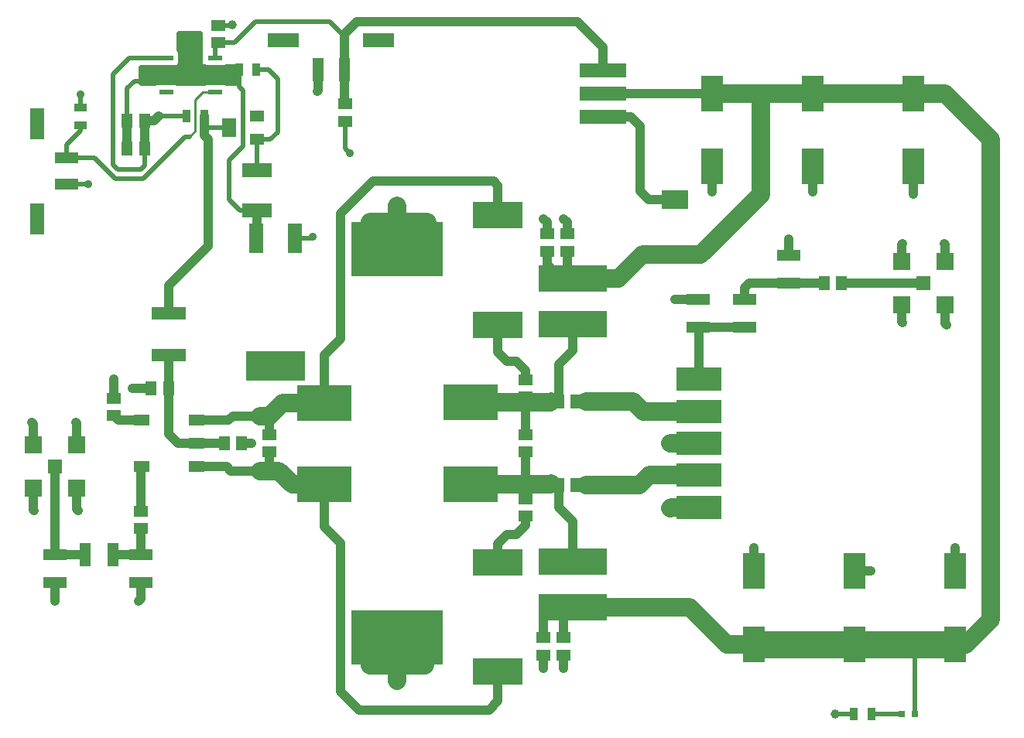
<source format=gtl>
%FSLAX34Y34*%
G04 Gerber Fmt 3.4, Leading zero omitted, Abs format*
G04 (created by PCBNEW (2014-03-19 BZR 4756)-product) date Fri 19 Dec 2014 02:11:26 PM AKST*
%MOIN*%
G01*
G70*
G90*
G04 APERTURE LIST*
%ADD10C,0.005906*%
%ADD11R,0.196850X0.098425*%
%ADD12R,0.051200X0.059000*%
%ADD13R,0.059000X0.051200*%
%ADD14R,0.094500X0.157500*%
%ADD15R,0.031400X0.031400*%
%ADD16R,0.035000X0.055000*%
%ADD17R,0.062992X0.023622*%
%ADD18R,0.236220X0.157480*%
%ADD19R,0.393701X0.236220*%
%ADD20R,0.070079X0.050000*%
%ADD21R,0.216535X0.118110*%
%ADD22R,0.150000X0.055000*%
%ADD23R,0.295300X0.118100*%
%ADD24R,0.062992X0.078740*%
%ADD25R,0.062992X0.051181*%
%ADD26R,0.064961X0.135039*%
%ADD27R,0.100000X0.050000*%
%ADD28R,0.135039X0.064961*%
%ADD29R,0.050000X0.100000*%
%ADD30R,0.251968X0.125984*%
%ADD31R,0.062992X0.125984*%
%ADD32R,0.125984X0.062992*%
%ADD33R,0.118100X0.078700*%
%ADD34R,0.059843X0.059843*%
%ADD35R,0.075197X0.075197*%
%ADD36R,0.055000X0.035000*%
%ADD37R,0.200000X0.060000*%
%ADD38C,0.035000*%
%ADD39C,0.039370*%
%ADD40C,0.019685*%
%ADD41C,0.039370*%
%ADD42C,0.010000*%
%ADD43C,0.078740*%
%ADD44C,0.118110*%
G04 APERTURE END LIST*
G54D10*
G54D11*
X59448Y-43307D03*
X59448Y-44685D03*
X59448Y-46062D03*
X59448Y-41929D03*
X59448Y-40551D03*
G54D12*
X38995Y-43307D03*
X39745Y-43307D03*
X53404Y-41496D03*
X54154Y-41496D03*
G54D13*
X53779Y-35020D03*
X53779Y-34270D03*
X52913Y-35020D03*
X52913Y-34270D03*
G54D14*
X68681Y-28228D03*
X68681Y-31378D03*
G54D13*
X38740Y-26044D03*
X38740Y-25294D03*
G54D12*
X35571Y-29409D03*
X34821Y-29409D03*
X35571Y-30590D03*
X34821Y-30590D03*
X36595Y-40944D03*
X35845Y-40944D03*
G54D13*
X40944Y-43682D03*
X40944Y-42932D03*
X35400Y-46225D03*
X35400Y-46975D03*
X34251Y-42107D03*
X34251Y-41357D03*
X51968Y-41319D03*
X51968Y-40569D03*
X51968Y-43682D03*
X51968Y-42932D03*
X51968Y-46437D03*
X51968Y-45687D03*
G54D12*
X53404Y-45118D03*
X54154Y-45118D03*
G54D13*
X53622Y-51672D03*
X53622Y-52422D03*
X52755Y-51672D03*
X52755Y-52422D03*
G54D14*
X66141Y-51968D03*
X66141Y-48818D03*
G54D12*
X64825Y-36400D03*
X65575Y-36400D03*
G54D15*
X68749Y-54970D03*
X68159Y-54970D03*
G54D16*
X37380Y-29212D03*
X38130Y-29212D03*
X40375Y-27200D03*
X39625Y-27200D03*
X66861Y-54970D03*
X66111Y-54970D03*
G54D17*
X38622Y-26702D03*
X36496Y-26702D03*
X38622Y-27194D03*
X38622Y-27687D03*
X38622Y-28179D03*
X36496Y-27194D03*
X36496Y-27687D03*
X36496Y-28179D03*
G54D18*
X43307Y-41559D03*
X43307Y-45078D03*
X49606Y-45078D03*
X49606Y-41535D03*
G54D19*
X46456Y-34940D03*
X46456Y-51673D03*
G54D20*
X37795Y-43307D03*
X37795Y-42307D03*
X37795Y-44307D03*
X35433Y-42307D03*
X35433Y-44307D03*
G54D21*
X50787Y-48425D03*
X50787Y-53149D03*
X50787Y-38188D03*
X50787Y-33464D03*
G54D14*
X64350Y-28228D03*
X64350Y-31378D03*
X70472Y-51968D03*
X70472Y-48818D03*
G54D22*
X36600Y-37700D03*
X36600Y-39500D03*
G54D23*
X54000Y-36216D03*
X54000Y-38184D03*
X54000Y-48416D03*
X54000Y-50384D03*
G54D24*
X39209Y-29700D03*
G54D25*
X40390Y-30211D03*
X40390Y-29188D03*
G54D26*
X30944Y-33622D03*
X30944Y-29527D03*
G54D27*
X32204Y-31009D03*
X32204Y-32139D03*
G54D28*
X41552Y-25950D03*
X45647Y-25950D03*
G54D29*
X44164Y-27209D03*
X43035Y-27209D03*
G54D30*
X41200Y-39955D03*
G54D31*
X42026Y-34483D03*
X40373Y-34483D03*
G54D32*
X40392Y-31533D03*
X40392Y-33266D03*
G54D14*
X60019Y-28228D03*
X60019Y-31378D03*
X61811Y-51968D03*
X61811Y-48818D03*
G54D13*
X44200Y-28675D03*
X44200Y-29425D03*
G54D33*
X58400Y-35181D03*
X58400Y-32819D03*
G54D34*
X31700Y-44300D03*
G54D35*
X32633Y-45233D03*
X32633Y-43366D03*
X30766Y-45233D03*
X30766Y-43366D03*
G54D34*
X69100Y-36400D03*
G54D35*
X70033Y-37333D03*
X70033Y-35466D03*
X68166Y-37333D03*
X68166Y-35466D03*
G54D36*
X32795Y-29587D03*
X32795Y-28837D03*
G54D37*
X55300Y-29250D03*
X55300Y-28250D03*
X55300Y-27250D03*
G54D27*
X31700Y-48100D03*
X31700Y-49300D03*
G54D29*
X33000Y-48100D03*
X34200Y-48100D03*
G54D27*
X35400Y-48100D03*
X35400Y-49300D03*
X59400Y-38300D03*
X59400Y-37100D03*
X61400Y-38300D03*
X61400Y-37100D03*
X63300Y-36400D03*
X63300Y-35200D03*
G54D38*
X44400Y-30800D03*
X43035Y-28114D03*
X33149Y-32125D03*
X64350Y-32480D03*
X60019Y-32480D03*
X53622Y-33622D03*
X52755Y-33622D03*
X53622Y-52992D03*
X52755Y-52992D03*
X70472Y-47795D03*
X66850Y-48818D03*
X61811Y-47795D03*
X46456Y-34251D03*
X45866Y-34251D03*
X45275Y-34251D03*
X47145Y-34251D03*
X47736Y-34251D03*
X47736Y-34842D03*
X47145Y-34842D03*
X46456Y-34842D03*
X45866Y-34842D03*
X45275Y-34842D03*
X45275Y-52362D03*
X45866Y-52362D03*
X46456Y-52362D03*
X47047Y-52362D03*
X47637Y-52362D03*
X47637Y-51771D03*
X47047Y-51771D03*
X46456Y-51771D03*
X45866Y-51771D03*
X45275Y-51771D03*
G54D39*
X45275Y-52854D03*
X47637Y-52854D03*
X47047Y-52854D03*
X45866Y-52854D03*
X47145Y-33759D03*
X47736Y-33759D03*
X45866Y-33759D03*
X45275Y-33759D03*
X68681Y-32559D03*
X39330Y-25275D03*
X65305Y-54970D03*
X35039Y-40944D03*
X34251Y-40551D03*
X40157Y-43307D03*
X46456Y-53543D03*
X46456Y-33070D03*
G54D38*
X42800Y-34400D03*
X70000Y-34700D03*
X70100Y-38200D03*
X32600Y-42400D03*
X30700Y-42400D03*
X30800Y-46200D03*
X32700Y-46200D03*
X32795Y-28267D03*
X68200Y-34700D03*
X68200Y-38100D03*
X31700Y-50100D03*
X35300Y-50100D03*
X58400Y-37100D03*
X63300Y-34500D03*
X58200Y-43300D03*
X58200Y-46100D03*
G54D40*
X44200Y-29425D02*
X44200Y-30600D01*
X44200Y-30600D02*
X44400Y-30800D01*
G54D41*
X43035Y-27209D02*
X43035Y-28114D01*
X43035Y-28114D02*
X43000Y-28150D01*
G54D40*
X32204Y-32139D02*
X33135Y-32139D01*
X33135Y-32139D02*
X33149Y-32125D01*
G54D41*
X64350Y-31378D02*
X64350Y-32480D01*
X60019Y-31378D02*
X60019Y-32480D01*
X53779Y-34270D02*
X53779Y-33779D01*
X53779Y-33779D02*
X53622Y-33622D01*
X52913Y-34270D02*
X52913Y-33779D01*
X52913Y-33779D02*
X52755Y-33622D01*
X53622Y-52422D02*
X53622Y-52992D01*
X52755Y-52422D02*
X52755Y-52992D01*
X70472Y-48818D02*
X70472Y-47795D01*
X66141Y-48818D02*
X66850Y-48818D01*
X66850Y-48818D02*
X66850Y-48818D01*
X66141Y-48267D02*
X66141Y-48818D01*
X61811Y-48818D02*
X61811Y-47795D01*
G54D42*
X45275Y-34251D02*
X45866Y-34251D01*
X46456Y-34251D02*
X47047Y-34251D01*
X47047Y-34251D02*
X46948Y-34251D01*
X47145Y-34251D02*
X47736Y-34251D01*
X47736Y-34842D02*
X47145Y-34842D01*
X46456Y-34842D02*
X45866Y-34842D01*
X45275Y-34842D02*
X46456Y-34940D01*
X46456Y-51673D02*
X45964Y-51673D01*
X45964Y-51673D02*
X45275Y-52362D01*
X45866Y-52362D02*
X46456Y-52362D01*
X47047Y-52362D02*
X47637Y-52362D01*
X47637Y-51771D02*
X47047Y-51771D01*
X46456Y-51771D02*
X45866Y-51771D01*
X45275Y-51771D02*
X45275Y-51279D01*
G54D43*
X46456Y-51673D02*
X46456Y-52263D01*
X46456Y-52263D02*
X45866Y-52854D01*
X45866Y-52854D02*
X47047Y-52854D01*
X47047Y-52854D02*
X46456Y-51673D01*
X46456Y-51673D02*
X46456Y-52460D01*
X46456Y-52460D02*
X47047Y-52854D01*
X47047Y-52854D02*
X47637Y-52854D01*
X47047Y-52854D02*
X46456Y-52460D01*
X46456Y-51673D02*
X46456Y-51870D01*
X46456Y-51870D02*
X45275Y-52854D01*
X45866Y-52854D02*
X45275Y-52854D01*
X45275Y-52854D02*
X46456Y-51673D01*
X46456Y-34940D02*
X45275Y-33759D01*
X45275Y-33759D02*
X45866Y-33759D01*
X45866Y-33759D02*
X46456Y-34940D01*
X46456Y-34940D02*
X46456Y-34448D01*
X46456Y-34448D02*
X47145Y-33759D01*
X47145Y-33759D02*
X46456Y-34940D01*
X46456Y-34940D02*
X46456Y-34350D01*
X46456Y-34350D02*
X45866Y-33759D01*
X45866Y-33759D02*
X46456Y-34940D01*
X46456Y-34350D02*
X45866Y-33759D01*
X45866Y-33759D02*
X46456Y-34940D01*
X46456Y-34448D02*
X47145Y-33759D01*
X47736Y-33759D02*
X45866Y-33759D01*
X45275Y-33759D02*
X46456Y-34940D01*
G54D41*
X68681Y-31378D02*
X68681Y-32559D01*
G54D40*
X38740Y-25294D02*
X39312Y-25294D01*
X39312Y-25294D02*
X39330Y-25275D01*
X66111Y-54970D02*
X65305Y-54970D01*
G54D41*
X35845Y-40944D02*
X35039Y-40944D01*
X34251Y-41357D02*
X34251Y-40551D01*
X39745Y-43307D02*
X40157Y-43307D01*
G54D43*
X46456Y-51673D02*
X46456Y-53543D01*
X46456Y-34940D02*
X46456Y-33070D01*
G54D40*
X42716Y-34483D02*
X42800Y-34400D01*
X42026Y-34483D02*
X42716Y-34483D01*
G54D41*
X70033Y-34733D02*
X70000Y-34700D01*
X70033Y-35466D02*
X70033Y-34733D01*
X70033Y-38133D02*
X70100Y-38200D01*
X70033Y-37333D02*
X70033Y-38133D01*
X32633Y-42433D02*
X32600Y-42400D01*
X32633Y-43366D02*
X32633Y-42433D01*
X30766Y-42466D02*
X30700Y-42400D01*
X30766Y-43366D02*
X30766Y-42466D01*
X30766Y-46166D02*
X30800Y-46200D01*
X30766Y-45233D02*
X30766Y-46166D01*
X32633Y-46133D02*
X32700Y-46200D01*
X32633Y-45233D02*
X32633Y-46133D01*
G54D40*
X32795Y-28837D02*
X32795Y-28267D01*
G54D41*
X68166Y-34733D02*
X68200Y-34700D01*
X68166Y-35466D02*
X68166Y-34733D01*
X68166Y-38066D02*
X68200Y-38100D01*
X68166Y-37333D02*
X68166Y-38066D01*
X31700Y-49300D02*
X31700Y-50100D01*
X35400Y-50000D02*
X35300Y-50100D01*
X35400Y-49300D02*
X35400Y-50000D01*
X59400Y-37100D02*
X58400Y-37100D01*
X63300Y-35200D02*
X63300Y-34500D01*
G54D43*
X58207Y-43307D02*
X58200Y-43300D01*
X59448Y-43307D02*
X58207Y-43307D01*
X58237Y-46062D02*
X58200Y-46100D01*
X59448Y-46062D02*
X58237Y-46062D01*
G54D41*
X36600Y-39500D02*
X36600Y-40940D01*
X36600Y-40940D02*
X36595Y-40944D01*
X36595Y-40944D02*
X36595Y-41319D01*
X37007Y-43307D02*
X36614Y-42913D01*
X36614Y-42913D02*
X36614Y-41338D01*
X37007Y-43307D02*
X37795Y-43307D01*
X36595Y-41319D02*
X36614Y-41338D01*
X38995Y-43307D02*
X37795Y-43307D01*
X37795Y-42307D02*
X39188Y-42307D01*
X39370Y-42125D02*
X40846Y-42125D01*
X40846Y-42125D02*
X40944Y-42125D01*
X39188Y-42307D02*
X39370Y-42125D01*
G54D40*
X40944Y-42932D02*
X40944Y-42125D01*
G54D41*
X40944Y-42932D02*
X40944Y-42322D01*
G54D43*
X43307Y-41559D02*
X41511Y-41559D01*
G54D41*
X43307Y-39492D02*
X44000Y-38800D01*
X44000Y-38800D02*
X44000Y-33400D01*
X44000Y-33400D02*
X45400Y-32000D01*
X45400Y-32000D02*
X50600Y-32000D01*
X50600Y-32000D02*
X50787Y-32187D01*
X50787Y-32187D02*
X50787Y-33464D01*
X43307Y-41559D02*
X43307Y-39492D01*
G54D40*
X40944Y-42125D02*
X40944Y-42322D01*
G54D41*
X40944Y-42322D02*
X40944Y-42125D01*
G54D43*
X41511Y-41559D02*
X40944Y-42125D01*
X40944Y-42125D02*
X40551Y-42125D01*
G54D41*
X51968Y-42932D02*
X51968Y-41319D01*
X53404Y-41496D02*
X53404Y-39902D01*
X54000Y-39307D02*
X54000Y-38184D01*
X53404Y-39902D02*
X54000Y-39307D01*
X53404Y-41496D02*
X52144Y-41496D01*
X52144Y-41496D02*
X51968Y-41319D01*
X53404Y-41496D02*
X52913Y-41496D01*
X52913Y-41496D02*
X52874Y-41535D01*
G54D43*
X49606Y-41535D02*
X52874Y-41535D01*
X52874Y-41535D02*
X53031Y-41535D01*
X53031Y-41535D02*
X53070Y-41496D01*
G54D41*
X55300Y-28250D02*
X59997Y-28250D01*
X59997Y-28250D02*
X60019Y-28228D01*
X52755Y-51672D02*
X52755Y-50078D01*
X52755Y-50078D02*
X53061Y-50384D01*
X53061Y-50384D02*
X54000Y-50384D01*
X53622Y-51672D02*
X53622Y-50761D01*
X53622Y-50761D02*
X54000Y-50384D01*
G54D40*
X68749Y-54970D02*
X68749Y-51968D01*
X68740Y-52283D02*
X68740Y-51968D01*
X68740Y-51978D02*
X68740Y-52283D01*
X68749Y-51968D02*
X68740Y-51978D01*
G54D43*
X54000Y-50384D02*
X57598Y-50384D01*
X57598Y-50384D02*
X59045Y-50384D01*
X60630Y-51968D02*
X61811Y-51968D01*
X59045Y-50384D02*
X60630Y-51968D01*
G54D44*
X66141Y-51968D02*
X61811Y-51968D01*
X70472Y-51968D02*
X68740Y-51968D01*
X68740Y-51968D02*
X66141Y-51968D01*
G54D43*
X60019Y-28228D02*
X60019Y-28228D01*
X62100Y-28228D02*
X60019Y-28228D01*
X64350Y-28228D02*
X62100Y-28228D01*
X60098Y-28149D02*
X60019Y-28228D01*
X68681Y-28228D02*
X64350Y-28228D01*
G54D41*
X53779Y-35020D02*
X53779Y-35995D01*
X53779Y-35995D02*
X54000Y-36216D01*
X52913Y-35020D02*
X52913Y-35590D01*
X52913Y-35590D02*
X53538Y-36216D01*
X53538Y-36216D02*
X54000Y-36216D01*
G54D43*
X72000Y-50900D02*
X72000Y-30200D01*
X72000Y-30200D02*
X70028Y-28228D01*
X70028Y-28228D02*
X68681Y-28228D01*
X70931Y-51968D02*
X72000Y-50900D01*
X70472Y-51968D02*
X70931Y-51968D01*
X55984Y-36216D02*
X57019Y-35181D01*
X57019Y-35181D02*
X58400Y-35181D01*
X54000Y-36216D02*
X55984Y-36216D01*
X59519Y-35181D02*
X62100Y-32600D01*
X62100Y-32600D02*
X62100Y-28228D01*
X58400Y-35181D02*
X59519Y-35181D01*
G54D40*
X35590Y-29390D02*
X35571Y-29409D01*
G54D41*
X35571Y-29409D02*
X35984Y-29409D01*
G54D40*
X36181Y-29212D02*
X37380Y-29212D01*
G54D41*
X35984Y-29409D02*
X36181Y-29212D01*
X35571Y-30590D02*
X35571Y-29409D01*
G54D40*
X34897Y-26702D02*
X34200Y-27400D01*
X34200Y-27400D02*
X34200Y-31300D01*
X34200Y-31300D02*
X34400Y-31500D01*
X34400Y-31500D02*
X35400Y-31500D01*
X35400Y-31500D02*
X35571Y-31328D01*
X35571Y-31328D02*
X35571Y-30590D01*
X36496Y-26702D02*
X34897Y-26702D01*
G54D41*
X40392Y-33266D02*
X40392Y-34464D01*
X40392Y-34464D02*
X40373Y-34483D01*
G54D40*
X36496Y-27687D02*
X35147Y-27687D01*
X34821Y-28012D02*
X34821Y-29409D01*
X35147Y-27687D02*
X34821Y-28012D01*
X38622Y-27687D02*
X38622Y-27194D01*
X38622Y-27687D02*
X36496Y-27687D01*
X36496Y-27194D02*
X38622Y-27194D01*
X36496Y-27687D02*
X36496Y-27194D01*
G54D41*
X34821Y-29409D02*
X34821Y-30590D01*
G54D40*
X39619Y-27194D02*
X39625Y-27200D01*
X38622Y-27194D02*
X39619Y-27194D01*
X39666Y-33266D02*
X39200Y-32800D01*
X39200Y-32800D02*
X39200Y-31100D01*
X39200Y-31100D02*
X39800Y-30500D01*
X39800Y-30500D02*
X39800Y-28100D01*
X39800Y-28100D02*
X39625Y-27925D01*
X39625Y-27925D02*
X39625Y-27200D01*
X40392Y-33266D02*
X39666Y-33266D01*
G54D41*
X34200Y-48100D02*
X35400Y-48100D01*
X35400Y-48100D02*
X35400Y-46975D01*
X51968Y-40569D02*
X51968Y-40157D01*
X50787Y-39370D02*
X50787Y-38188D01*
X51181Y-39763D02*
X50787Y-39370D01*
X51574Y-39763D02*
X51181Y-39763D01*
X51968Y-40157D02*
X51574Y-39763D01*
X51968Y-43682D02*
X51968Y-45687D01*
X53404Y-45118D02*
X53404Y-46081D01*
X54000Y-46677D02*
X54000Y-48416D01*
X53404Y-46081D02*
X54000Y-46677D01*
X53404Y-45118D02*
X52125Y-45118D01*
X51968Y-45275D02*
X51968Y-45687D01*
X52125Y-45118D02*
X51968Y-45275D01*
X53404Y-45118D02*
X52598Y-45118D01*
X52598Y-45118D02*
X52559Y-45078D01*
G54D43*
X49606Y-45078D02*
X52559Y-45078D01*
X52559Y-45078D02*
X53031Y-45078D01*
X53031Y-45078D02*
X53070Y-45039D01*
G54D41*
X53955Y-48371D02*
X54000Y-48416D01*
X51968Y-46437D02*
X51968Y-46850D01*
X50787Y-47637D02*
X50787Y-48425D01*
X51181Y-47244D02*
X50787Y-47637D01*
X51574Y-47244D02*
X51181Y-47244D01*
X51968Y-46850D02*
X51574Y-47244D01*
X66875Y-36400D02*
X69100Y-36400D01*
X65575Y-36400D02*
X66875Y-36400D01*
G54D40*
X68159Y-54970D02*
X66861Y-54970D01*
X33409Y-31009D02*
X34300Y-31900D01*
X34300Y-31900D02*
X35500Y-31900D01*
X35500Y-31900D02*
X37300Y-30100D01*
X37480Y-30100D02*
X37500Y-30100D01*
X37300Y-30100D02*
X37480Y-30100D01*
X32204Y-31009D02*
X33409Y-31009D01*
G54D42*
X37498Y-30100D02*
X37755Y-29842D01*
X37755Y-29842D02*
X37755Y-28503D01*
X37755Y-28503D02*
X38080Y-28179D01*
X38080Y-28179D02*
X38622Y-28179D01*
X37480Y-30100D02*
X37498Y-30100D01*
G54D40*
X32795Y-29842D02*
X32204Y-30433D01*
X32204Y-30433D02*
X32204Y-31009D01*
X32795Y-29587D02*
X32795Y-29842D01*
X40900Y-27200D02*
X41300Y-27600D01*
X41300Y-27600D02*
X41300Y-29900D01*
X41300Y-29900D02*
X40988Y-30211D01*
X40988Y-30211D02*
X40390Y-30211D01*
X40375Y-27200D02*
X40900Y-27200D01*
X40390Y-31532D02*
X40392Y-31533D01*
X40390Y-30211D02*
X40390Y-31532D01*
G54D41*
X35425Y-44300D02*
X35433Y-44307D01*
X35400Y-44340D02*
X35433Y-44307D01*
X35400Y-46225D02*
X35400Y-44340D01*
X35433Y-42307D02*
X34451Y-42307D01*
X34451Y-42307D02*
X34251Y-42107D01*
X37795Y-44307D02*
X39090Y-44307D01*
X39271Y-44488D02*
X40944Y-44488D01*
X39090Y-44307D02*
X39271Y-44488D01*
G54D43*
X41338Y-44488D02*
X40944Y-44488D01*
X40944Y-44488D02*
X40551Y-44488D01*
X41929Y-45078D02*
X41338Y-44488D01*
G54D41*
X44800Y-54800D02*
X50400Y-54800D01*
X50400Y-54800D02*
X50787Y-54412D01*
X40944Y-43682D02*
X40944Y-44488D01*
G54D43*
X43307Y-45078D02*
X41929Y-45078D01*
G54D41*
X43307Y-46907D02*
X44000Y-47600D01*
X44000Y-47600D02*
X44000Y-54000D01*
X44000Y-54000D02*
X44800Y-54800D01*
X50787Y-54412D02*
X50787Y-53149D01*
X43307Y-45078D02*
X43307Y-46907D01*
X55300Y-29250D02*
X56500Y-29250D01*
X57269Y-32819D02*
X58400Y-32819D01*
X56900Y-32450D02*
X57269Y-32819D01*
X56900Y-29650D02*
X56900Y-32450D01*
X56500Y-29250D02*
X56900Y-29650D01*
X54154Y-41496D02*
X54881Y-41496D01*
G54D43*
X54881Y-41496D02*
X54566Y-41496D01*
X57029Y-41929D02*
X56596Y-41496D01*
X56596Y-41496D02*
X54881Y-41496D01*
X59448Y-41929D02*
X57029Y-41929D01*
G54D41*
X54154Y-45118D02*
X54960Y-45118D01*
G54D43*
X54960Y-45118D02*
X54566Y-45118D01*
X57314Y-44685D02*
X56881Y-45118D01*
X56881Y-45118D02*
X54960Y-45118D01*
X59448Y-44685D02*
X57314Y-44685D01*
G54D40*
X36632Y-37667D02*
X36600Y-37700D01*
G54D41*
X36600Y-36500D02*
X38300Y-34800D01*
X38300Y-34800D02*
X38300Y-30200D01*
X38300Y-30200D02*
X38130Y-30030D01*
X38130Y-29830D02*
X38130Y-29212D01*
X38130Y-30030D02*
X38130Y-29830D01*
X36600Y-37700D02*
X36600Y-36500D01*
G54D40*
X38261Y-29700D02*
X38130Y-29830D01*
X39209Y-29700D02*
X38261Y-29700D01*
G54D41*
X55300Y-27250D02*
X55300Y-26250D01*
X44164Y-25685D02*
X44164Y-27209D01*
X44700Y-25150D02*
X44164Y-25685D01*
X54200Y-25150D02*
X44700Y-25150D01*
X55300Y-26250D02*
X54200Y-25150D01*
G54D40*
X38740Y-26044D02*
X39455Y-26044D01*
X44164Y-25764D02*
X44164Y-27209D01*
X43550Y-25150D02*
X44164Y-25764D01*
X40350Y-25150D02*
X43550Y-25150D01*
X39455Y-26044D02*
X40350Y-25150D01*
X38622Y-26702D02*
X38622Y-26162D01*
X38622Y-26162D02*
X38740Y-26044D01*
G54D41*
X44164Y-27209D02*
X44164Y-28639D01*
X44164Y-28639D02*
X44200Y-28675D01*
X61400Y-36600D02*
X61600Y-36400D01*
X61600Y-36400D02*
X63300Y-36400D01*
X61400Y-37100D02*
X61400Y-36600D01*
X63300Y-36400D02*
X64825Y-36400D01*
X31700Y-44300D02*
X31700Y-48100D01*
X31700Y-48100D02*
X33000Y-48100D01*
X59448Y-38348D02*
X59400Y-38300D01*
X59448Y-40551D02*
X59448Y-38348D01*
X59400Y-38300D02*
X61400Y-38300D01*
G54D10*
G36*
X39547Y-27814D02*
X39108Y-27814D01*
X39104Y-27810D01*
X38995Y-27765D01*
X38878Y-27765D01*
X38248Y-27765D01*
X38139Y-27810D01*
X38135Y-27814D01*
X36982Y-27814D01*
X36978Y-27810D01*
X36869Y-27765D01*
X36752Y-27765D01*
X36122Y-27765D01*
X36013Y-27810D01*
X36009Y-27814D01*
X35413Y-27814D01*
X35413Y-27106D01*
X36098Y-27106D01*
X36122Y-27116D01*
X36239Y-27116D01*
X36869Y-27116D01*
X36893Y-27106D01*
X37027Y-27106D01*
X37027Y-27021D01*
X37061Y-26988D01*
X37106Y-26879D01*
X37106Y-26762D01*
X37106Y-26525D01*
X37061Y-26417D01*
X37027Y-26383D01*
X37027Y-25649D01*
X37972Y-25649D01*
X37972Y-27066D01*
X38135Y-27066D01*
X38139Y-27071D01*
X38248Y-27116D01*
X38365Y-27116D01*
X38995Y-27116D01*
X39104Y-27071D01*
X39108Y-27066D01*
X39547Y-27066D01*
X39547Y-27814D01*
X39547Y-27814D01*
G37*
G54D40*
X39547Y-27814D02*
X39108Y-27814D01*
X39104Y-27810D01*
X38995Y-27765D01*
X38878Y-27765D01*
X38248Y-27765D01*
X38139Y-27810D01*
X38135Y-27814D01*
X36982Y-27814D01*
X36978Y-27810D01*
X36869Y-27765D01*
X36752Y-27765D01*
X36122Y-27765D01*
X36013Y-27810D01*
X36009Y-27814D01*
X35413Y-27814D01*
X35413Y-27106D01*
X36098Y-27106D01*
X36122Y-27116D01*
X36239Y-27116D01*
X36869Y-27116D01*
X36893Y-27106D01*
X37027Y-27106D01*
X37027Y-27021D01*
X37061Y-26988D01*
X37106Y-26879D01*
X37106Y-26762D01*
X37106Y-26525D01*
X37061Y-26417D01*
X37027Y-26383D01*
X37027Y-25649D01*
X37972Y-25649D01*
X37972Y-27066D01*
X38135Y-27066D01*
X38139Y-27071D01*
X38248Y-27116D01*
X38365Y-27116D01*
X38995Y-27116D01*
X39104Y-27071D01*
X39108Y-27066D01*
X39547Y-27066D01*
X39547Y-27814D01*
M02*

</source>
